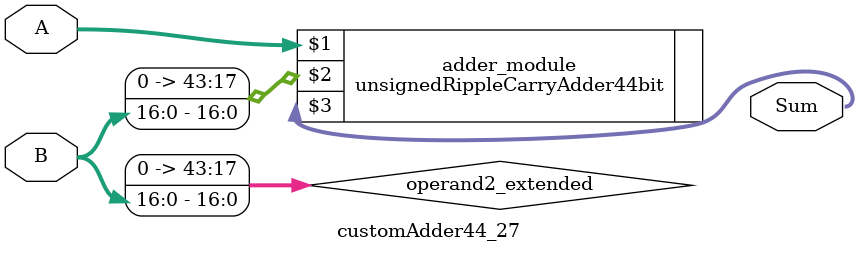
<source format=v>
module customAdder44_27(
                        input [43 : 0] A,
                        input [16 : 0] B,
                        
                        output [44 : 0] Sum
                );

        wire [43 : 0] operand2_extended;
        
        assign operand2_extended =  {27'b0, B};
        
        unsignedRippleCarryAdder44bit adder_module(
            A,
            operand2_extended,
            Sum
        );
        
        endmodule
        
</source>
